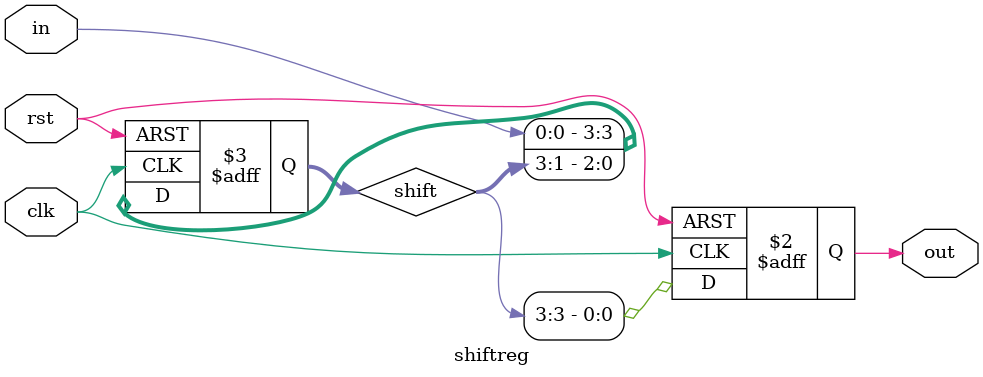
<source format=v>
module shiftreg(
input clk,rst,in,
output reg out);
reg [3:0]shift;
always @(posedge clk or posedge rst)
begin
if(rst)
begin
  out <= 1'b0;
  shift<= 4'b0000;
end
 
else
begin
 shift <= {in,shift[3:1]};
 out <= shift[3];
end
end
endmodule



</source>
